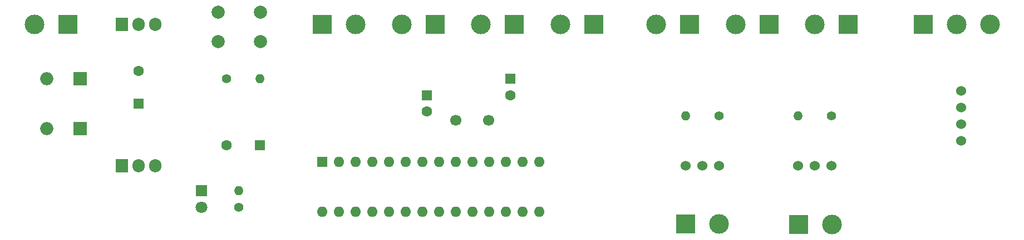
<source format=gbr>
%TF.GenerationSoftware,KiCad,Pcbnew,5.99.0+really5.1.10+dfsg1-1*%
%TF.CreationDate,2022-04-08T20:52:09+02:00*%
%TF.ProjectId,board,626f6172-642e-46b6-9963-61645f706362,rev?*%
%TF.SameCoordinates,Original*%
%TF.FileFunction,Soldermask,Top*%
%TF.FilePolarity,Negative*%
%FSLAX46Y46*%
G04 Gerber Fmt 4.6, Leading zero omitted, Abs format (unit mm)*
G04 Created by KiCad (PCBNEW 5.99.0+really5.1.10+dfsg1-1) date 2022-04-08 20:52:09*
%MOMM*%
%LPD*%
G01*
G04 APERTURE LIST*
%ADD10C,1.524000*%
%ADD11C,1.600000*%
%ADD12R,1.600000X1.600000*%
%ADD13C,3.000000*%
%ADD14R,3.000000X3.000000*%
%ADD15O,2.000000X2.000000*%
%ADD16R,2.000000X2.000000*%
%ADD17O,1.905000X2.000000*%
%ADD18R,1.905000X2.000000*%
%ADD19C,1.700000*%
%ADD20C,2.000000*%
%ADD21O,1.400000X1.400000*%
%ADD22C,1.400000*%
%ADD23C,1.800000*%
%ADD24R,1.800000X1.800000*%
%ADD25O,1.600000X1.600000*%
G04 APERTURE END LIST*
D10*
%TO.C,AT_OPENSW_Q1*%
X165100000Y-66675000D03*
X162560000Y-66675000D03*
X160020000Y-66675000D03*
%TD*%
%TO.C,AT_CLOSESW_Q1*%
X147955000Y-66675000D03*
X145415000Y-66675000D03*
X142875000Y-66675000D03*
%TD*%
D11*
%TO.C,AT_XTAL_C2*%
X103505000Y-58380000D03*
D12*
X103505000Y-55880000D03*
%TD*%
D11*
%TO.C,AT_XTAL_C1*%
X116205000Y-55880000D03*
D12*
X116205000Y-53380000D03*
%TD*%
D13*
%TO.C,AT_OPEN_LIMIT1*%
X138430000Y-45085000D03*
D14*
X143510000Y-45085000D03*
%TD*%
D13*
%TO.C,AT_OPEN1*%
X99695000Y-45085000D03*
D14*
X104775000Y-45085000D03*
%TD*%
D13*
%TO.C,MV_SCREW1*%
X43815000Y-45085000D03*
D14*
X48895000Y-45085000D03*
%TD*%
D15*
%TO.C,MV_5V_D1*%
X45720000Y-53340000D03*
D16*
X50800000Y-53340000D03*
%TD*%
D11*
%TO.C,MV_5V_C1*%
X59690000Y-52150000D03*
D12*
X59690000Y-57150000D03*
%TD*%
D17*
%TO.C,MV_5V_7805*%
X62230000Y-45085000D03*
X59690000Y-45085000D03*
D18*
X57150000Y-45085000D03*
%TD*%
D15*
%TO.C,MV_12V_D1*%
X45720000Y-60960000D03*
D16*
X50800000Y-60960000D03*
%TD*%
D17*
%TO.C,MV_12V_7812*%
X62230000Y-66675000D03*
X59690000Y-66675000D03*
D18*
X57150000Y-66675000D03*
%TD*%
D19*
%TO.C,AT_XTAL1*%
X112950000Y-59690000D03*
X107950000Y-59690000D03*
%TD*%
D11*
%TO.C,AT_V_C1*%
X73105000Y-63500000D03*
D12*
X78105000Y-63500000D03*
%TD*%
D13*
%TO.C,AT_UART_SCREW1*%
X92710000Y-45085000D03*
D14*
X87630000Y-45085000D03*
%TD*%
D13*
%TO.C,AT_STOP1*%
X123825000Y-45085000D03*
D14*
X128905000Y-45085000D03*
%TD*%
D10*
%TO.C,AT_RF1*%
X184785000Y-62865000D03*
X184785000Y-60325000D03*
X184785000Y-57785000D03*
X184785000Y-55245000D03*
%TD*%
D20*
%TO.C,AT_RES_SW1*%
X78255000Y-43180000D03*
X78255000Y-47680000D03*
X71755000Y-43180000D03*
X71755000Y-47680000D03*
%TD*%
D21*
%TO.C,AT_RES_R1*%
X78105000Y-53340000D03*
D22*
X73025000Y-53340000D03*
%TD*%
D21*
%TO.C,AT_R1*%
X74930000Y-70485000D03*
D22*
X74930000Y-73025000D03*
%TD*%
D13*
%TO.C,AT_OPENSW_SCREW1*%
X165175000Y-75615000D03*
D14*
X160095000Y-75615000D03*
%TD*%
D21*
%TO.C,AT_OPENSW_R1*%
X160020000Y-59055000D03*
D22*
X165100000Y-59055000D03*
%TD*%
D13*
%TO.C,AT_OBST_SCREW1*%
X189230000Y-45085000D03*
X184150000Y-45085000D03*
D14*
X179070000Y-45085000D03*
%TD*%
D23*
%TO.C,AT_LED1*%
X69215000Y-73025000D03*
D24*
X69215000Y-70485000D03*
%TD*%
D13*
%TO.C,AT_INDI_SCREW1*%
X162560000Y-45085000D03*
D14*
X167640000Y-45085000D03*
%TD*%
D13*
%TO.C,AT_CLOSESW_SCREW1*%
X147955000Y-75565000D03*
D14*
X142875000Y-75565000D03*
%TD*%
D21*
%TO.C,AT_CLOSESW_R1*%
X142875000Y-59055000D03*
D22*
X147955000Y-59055000D03*
%TD*%
D13*
%TO.C,AT_CLOSE_LIMIT1*%
X150495000Y-45085000D03*
D14*
X155575000Y-45085000D03*
%TD*%
D13*
%TO.C,AT_CLOSE1*%
X111760000Y-45085000D03*
D14*
X116840000Y-45085000D03*
%TD*%
D25*
%TO.C,AT_328P1*%
X87630000Y-73660000D03*
X120650000Y-66040000D03*
X90170000Y-73660000D03*
X118110000Y-66040000D03*
X92710000Y-73660000D03*
X115570000Y-66040000D03*
X95250000Y-73660000D03*
X113030000Y-66040000D03*
X97790000Y-73660000D03*
X110490000Y-66040000D03*
X100330000Y-73660000D03*
X107950000Y-66040000D03*
X102870000Y-73660000D03*
X105410000Y-66040000D03*
X105410000Y-73660000D03*
X102870000Y-66040000D03*
X107950000Y-73660000D03*
X100330000Y-66040000D03*
X110490000Y-73660000D03*
X97790000Y-66040000D03*
X113030000Y-73660000D03*
X95250000Y-66040000D03*
X115570000Y-73660000D03*
X92710000Y-66040000D03*
X118110000Y-73660000D03*
X90170000Y-66040000D03*
X120650000Y-73660000D03*
D12*
X87630000Y-66040000D03*
%TD*%
M02*

</source>
